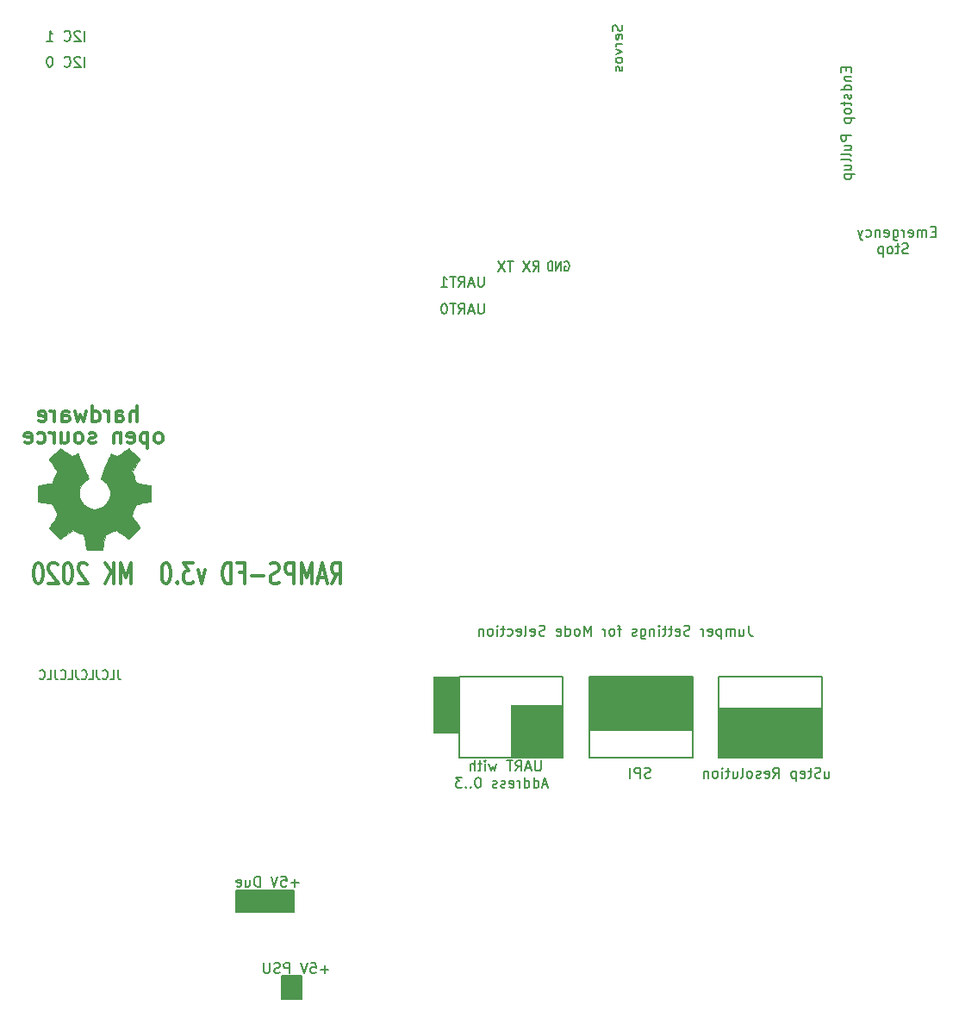
<source format=gbr>
G04 #@! TF.GenerationSoftware,KiCad,Pcbnew,5.1.6*
G04 #@! TF.CreationDate,2020-06-13T11:17:34+02:00*
G04 #@! TF.ProjectId,RAMPS-FD,52414d50-532d-4464-942e-6b696361645f,3.0*
G04 #@! TF.SameCoordinates,Original*
G04 #@! TF.FileFunction,Legend,Bot*
G04 #@! TF.FilePolarity,Positive*
%FSLAX46Y46*%
G04 Gerber Fmt 4.6, Leading zero omitted, Abs format (unit mm)*
G04 Created by KiCad (PCBNEW 5.1.6) date 2020-06-13 11:17:34*
%MOMM*%
%LPD*%
G01*
G04 APERTURE LIST*
%ADD10C,0.150000*%
%ADD11C,0.153000*%
%ADD12C,0.304800*%
%ADD13C,0.002540*%
%ADD14C,0.100000*%
%ADD15C,0.200000*%
G04 APERTURE END LIST*
D10*
X67703238Y-103393142D02*
X67703238Y-104036000D01*
X67741333Y-104164571D01*
X67817523Y-104250285D01*
X67931809Y-104293142D01*
X68008000Y-104293142D01*
X66941333Y-104293142D02*
X67322285Y-104293142D01*
X67322285Y-103393142D01*
X66217523Y-104207428D02*
X66255619Y-104250285D01*
X66369904Y-104293142D01*
X66446095Y-104293142D01*
X66560380Y-104250285D01*
X66636571Y-104164571D01*
X66674666Y-104078857D01*
X66712761Y-103907428D01*
X66712761Y-103778857D01*
X66674666Y-103607428D01*
X66636571Y-103521714D01*
X66560380Y-103436000D01*
X66446095Y-103393142D01*
X66369904Y-103393142D01*
X66255619Y-103436000D01*
X66217523Y-103478857D01*
X65646095Y-103393142D02*
X65646095Y-104036000D01*
X65684190Y-104164571D01*
X65760380Y-104250285D01*
X65874666Y-104293142D01*
X65950857Y-104293142D01*
X64884190Y-104293142D02*
X65265142Y-104293142D01*
X65265142Y-103393142D01*
X64160380Y-104207428D02*
X64198476Y-104250285D01*
X64312761Y-104293142D01*
X64388952Y-104293142D01*
X64503238Y-104250285D01*
X64579428Y-104164571D01*
X64617523Y-104078857D01*
X64655619Y-103907428D01*
X64655619Y-103778857D01*
X64617523Y-103607428D01*
X64579428Y-103521714D01*
X64503238Y-103436000D01*
X64388952Y-103393142D01*
X64312761Y-103393142D01*
X64198476Y-103436000D01*
X64160380Y-103478857D01*
X63588952Y-103393142D02*
X63588952Y-104036000D01*
X63627047Y-104164571D01*
X63703238Y-104250285D01*
X63817523Y-104293142D01*
X63893714Y-104293142D01*
X62827047Y-104293142D02*
X63208000Y-104293142D01*
X63208000Y-103393142D01*
X62103238Y-104207428D02*
X62141333Y-104250285D01*
X62255619Y-104293142D01*
X62331809Y-104293142D01*
X62446095Y-104250285D01*
X62522285Y-104164571D01*
X62560380Y-104078857D01*
X62598476Y-103907428D01*
X62598476Y-103778857D01*
X62560380Y-103607428D01*
X62522285Y-103521714D01*
X62446095Y-103436000D01*
X62331809Y-103393142D01*
X62255619Y-103393142D01*
X62141333Y-103436000D01*
X62103238Y-103478857D01*
X61531809Y-103393142D02*
X61531809Y-104036000D01*
X61569904Y-104164571D01*
X61646095Y-104250285D01*
X61760380Y-104293142D01*
X61836571Y-104293142D01*
X60769904Y-104293142D02*
X61150857Y-104293142D01*
X61150857Y-103393142D01*
X60046095Y-104207428D02*
X60084190Y-104250285D01*
X60198476Y-104293142D01*
X60274666Y-104293142D01*
X60388952Y-104250285D01*
X60465142Y-104164571D01*
X60503238Y-104078857D01*
X60541333Y-103907428D01*
X60541333Y-103778857D01*
X60503238Y-103607428D01*
X60465142Y-103521714D01*
X60388952Y-103436000D01*
X60274666Y-103393142D01*
X60198476Y-103393142D01*
X60084190Y-103436000D01*
X60046095Y-103478857D01*
X88383666Y-132786428D02*
X87621761Y-132786428D01*
X88002714Y-133167380D02*
X88002714Y-132405476D01*
X86669380Y-132167380D02*
X87145571Y-132167380D01*
X87193190Y-132643571D01*
X87145571Y-132595952D01*
X87050333Y-132548333D01*
X86812238Y-132548333D01*
X86717000Y-132595952D01*
X86669380Y-132643571D01*
X86621761Y-132738809D01*
X86621761Y-132976904D01*
X86669380Y-133072142D01*
X86717000Y-133119761D01*
X86812238Y-133167380D01*
X87050333Y-133167380D01*
X87145571Y-133119761D01*
X87193190Y-133072142D01*
X86336047Y-132167380D02*
X86002714Y-133167380D01*
X85669380Y-132167380D01*
X84574142Y-133167380D02*
X84574142Y-132167380D01*
X84193190Y-132167380D01*
X84097952Y-132215000D01*
X84050333Y-132262619D01*
X84002714Y-132357857D01*
X84002714Y-132500714D01*
X84050333Y-132595952D01*
X84097952Y-132643571D01*
X84193190Y-132691190D01*
X84574142Y-132691190D01*
X83621761Y-133119761D02*
X83478904Y-133167380D01*
X83240809Y-133167380D01*
X83145571Y-133119761D01*
X83097952Y-133072142D01*
X83050333Y-132976904D01*
X83050333Y-132881666D01*
X83097952Y-132786428D01*
X83145571Y-132738809D01*
X83240809Y-132691190D01*
X83431285Y-132643571D01*
X83526523Y-132595952D01*
X83574142Y-132548333D01*
X83621761Y-132453095D01*
X83621761Y-132357857D01*
X83574142Y-132262619D01*
X83526523Y-132215000D01*
X83431285Y-132167380D01*
X83193190Y-132167380D01*
X83050333Y-132215000D01*
X82621761Y-132167380D02*
X82621761Y-132976904D01*
X82574142Y-133072142D01*
X82526523Y-133119761D01*
X82431285Y-133167380D01*
X82240809Y-133167380D01*
X82145571Y-133119761D01*
X82097952Y-133072142D01*
X82050333Y-132976904D01*
X82050333Y-132167380D01*
X85470619Y-124277428D02*
X84708714Y-124277428D01*
X85089666Y-124658380D02*
X85089666Y-123896476D01*
X83756333Y-123658380D02*
X84232523Y-123658380D01*
X84280142Y-124134571D01*
X84232523Y-124086952D01*
X84137285Y-124039333D01*
X83899190Y-124039333D01*
X83803952Y-124086952D01*
X83756333Y-124134571D01*
X83708714Y-124229809D01*
X83708714Y-124467904D01*
X83756333Y-124563142D01*
X83803952Y-124610761D01*
X83899190Y-124658380D01*
X84137285Y-124658380D01*
X84232523Y-124610761D01*
X84280142Y-124563142D01*
X83423000Y-123658380D02*
X83089666Y-124658380D01*
X82756333Y-123658380D01*
X81661095Y-124658380D02*
X81661095Y-123658380D01*
X81423000Y-123658380D01*
X81280142Y-123706000D01*
X81184904Y-123801238D01*
X81137285Y-123896476D01*
X81089666Y-124086952D01*
X81089666Y-124229809D01*
X81137285Y-124420285D01*
X81184904Y-124515523D01*
X81280142Y-124610761D01*
X81423000Y-124658380D01*
X81661095Y-124658380D01*
X80232523Y-123991714D02*
X80232523Y-124658380D01*
X80661095Y-123991714D02*
X80661095Y-124515523D01*
X80613476Y-124610761D01*
X80518238Y-124658380D01*
X80375380Y-124658380D01*
X80280142Y-124610761D01*
X80232523Y-124563142D01*
X79375380Y-124610761D02*
X79470619Y-124658380D01*
X79661095Y-124658380D01*
X79756333Y-124610761D01*
X79803952Y-124515523D01*
X79803952Y-124134571D01*
X79756333Y-124039333D01*
X79661095Y-123991714D01*
X79470619Y-123991714D01*
X79375380Y-124039333D01*
X79327761Y-124134571D01*
X79327761Y-124229809D01*
X79803952Y-124325047D01*
X64444333Y-44140380D02*
X64444333Y-43140380D01*
X64015761Y-43235619D02*
X63968142Y-43188000D01*
X63872904Y-43140380D01*
X63634809Y-43140380D01*
X63539571Y-43188000D01*
X63491952Y-43235619D01*
X63444333Y-43330857D01*
X63444333Y-43426095D01*
X63491952Y-43568952D01*
X64063380Y-44140380D01*
X63444333Y-44140380D01*
X62444333Y-44045142D02*
X62491952Y-44092761D01*
X62634809Y-44140380D01*
X62730047Y-44140380D01*
X62872904Y-44092761D01*
X62968142Y-43997523D01*
X63015761Y-43902285D01*
X63063380Y-43711809D01*
X63063380Y-43568952D01*
X63015761Y-43378476D01*
X62968142Y-43283238D01*
X62872904Y-43188000D01*
X62730047Y-43140380D01*
X62634809Y-43140380D01*
X62491952Y-43188000D01*
X62444333Y-43235619D01*
X61063380Y-43140380D02*
X60968142Y-43140380D01*
X60872904Y-43188000D01*
X60825285Y-43235619D01*
X60777666Y-43330857D01*
X60730047Y-43521333D01*
X60730047Y-43759428D01*
X60777666Y-43949904D01*
X60825285Y-44045142D01*
X60872904Y-44092761D01*
X60968142Y-44140380D01*
X61063380Y-44140380D01*
X61158619Y-44092761D01*
X61206238Y-44045142D01*
X61253857Y-43949904D01*
X61301476Y-43759428D01*
X61301476Y-43521333D01*
X61253857Y-43330857D01*
X61206238Y-43235619D01*
X61158619Y-43188000D01*
X61063380Y-43140380D01*
X64444333Y-41600380D02*
X64444333Y-40600380D01*
X64015761Y-40695619D02*
X63968142Y-40648000D01*
X63872904Y-40600380D01*
X63634809Y-40600380D01*
X63539571Y-40648000D01*
X63491952Y-40695619D01*
X63444333Y-40790857D01*
X63444333Y-40886095D01*
X63491952Y-41028952D01*
X64063380Y-41600380D01*
X63444333Y-41600380D01*
X62444333Y-41505142D02*
X62491952Y-41552761D01*
X62634809Y-41600380D01*
X62730047Y-41600380D01*
X62872904Y-41552761D01*
X62968142Y-41457523D01*
X63015761Y-41362285D01*
X63063380Y-41171809D01*
X63063380Y-41028952D01*
X63015761Y-40838476D01*
X62968142Y-40743238D01*
X62872904Y-40648000D01*
X62730047Y-40600380D01*
X62634809Y-40600380D01*
X62491952Y-40648000D01*
X62444333Y-40695619D01*
X60730047Y-41600380D02*
X61301476Y-41600380D01*
X61015761Y-41600380D02*
X61015761Y-40600380D01*
X61111000Y-40743238D01*
X61206238Y-40838476D01*
X61301476Y-40886095D01*
X117244761Y-40029095D02*
X117292380Y-40171952D01*
X117292380Y-40410047D01*
X117244761Y-40505285D01*
X117197142Y-40552904D01*
X117101904Y-40600523D01*
X117006666Y-40600523D01*
X116911428Y-40552904D01*
X116863809Y-40505285D01*
X116816190Y-40410047D01*
X116768571Y-40219571D01*
X116720952Y-40124333D01*
X116673333Y-40076714D01*
X116578095Y-40029095D01*
X116482857Y-40029095D01*
X116387619Y-40076714D01*
X116340000Y-40124333D01*
X116292380Y-40219571D01*
X116292380Y-40457666D01*
X116340000Y-40600523D01*
X117244761Y-41410047D02*
X117292380Y-41314809D01*
X117292380Y-41124333D01*
X117244761Y-41029095D01*
X117149523Y-40981476D01*
X116768571Y-40981476D01*
X116673333Y-41029095D01*
X116625714Y-41124333D01*
X116625714Y-41314809D01*
X116673333Y-41410047D01*
X116768571Y-41457666D01*
X116863809Y-41457666D01*
X116959047Y-40981476D01*
X117292380Y-41886238D02*
X116625714Y-41886238D01*
X116816190Y-41886238D02*
X116720952Y-41933857D01*
X116673333Y-41981476D01*
X116625714Y-42076714D01*
X116625714Y-42171952D01*
X116625714Y-42410047D02*
X117292380Y-42648142D01*
X116625714Y-42886238D01*
X117292380Y-43410047D02*
X117244761Y-43314809D01*
X117197142Y-43267190D01*
X117101904Y-43219571D01*
X116816190Y-43219571D01*
X116720952Y-43267190D01*
X116673333Y-43314809D01*
X116625714Y-43410047D01*
X116625714Y-43552904D01*
X116673333Y-43648142D01*
X116720952Y-43695761D01*
X116816190Y-43743380D01*
X117101904Y-43743380D01*
X117197142Y-43695761D01*
X117244761Y-43648142D01*
X117292380Y-43552904D01*
X117292380Y-43410047D01*
X117244761Y-44124333D02*
X117292380Y-44219571D01*
X117292380Y-44410047D01*
X117244761Y-44505285D01*
X117149523Y-44552904D01*
X117101904Y-44552904D01*
X117006666Y-44505285D01*
X116959047Y-44410047D01*
X116959047Y-44267190D01*
X116911428Y-44171952D01*
X116816190Y-44124333D01*
X116768571Y-44124333D01*
X116673333Y-44171952D01*
X116625714Y-44267190D01*
X116625714Y-44410047D01*
X116673333Y-44505285D01*
X148033857Y-60317571D02*
X147700523Y-60317571D01*
X147557666Y-60841380D02*
X148033857Y-60841380D01*
X148033857Y-59841380D01*
X147557666Y-59841380D01*
X147129095Y-60841380D02*
X147129095Y-60174714D01*
X147129095Y-60269952D02*
X147081476Y-60222333D01*
X146986238Y-60174714D01*
X146843380Y-60174714D01*
X146748142Y-60222333D01*
X146700523Y-60317571D01*
X146700523Y-60841380D01*
X146700523Y-60317571D02*
X146652904Y-60222333D01*
X146557666Y-60174714D01*
X146414809Y-60174714D01*
X146319571Y-60222333D01*
X146271952Y-60317571D01*
X146271952Y-60841380D01*
X145414809Y-60793761D02*
X145510047Y-60841380D01*
X145700523Y-60841380D01*
X145795761Y-60793761D01*
X145843380Y-60698523D01*
X145843380Y-60317571D01*
X145795761Y-60222333D01*
X145700523Y-60174714D01*
X145510047Y-60174714D01*
X145414809Y-60222333D01*
X145367190Y-60317571D01*
X145367190Y-60412809D01*
X145843380Y-60508047D01*
X144938619Y-60841380D02*
X144938619Y-60174714D01*
X144938619Y-60365190D02*
X144891000Y-60269952D01*
X144843380Y-60222333D01*
X144748142Y-60174714D01*
X144652904Y-60174714D01*
X143891000Y-60174714D02*
X143891000Y-60984238D01*
X143938619Y-61079476D01*
X143986238Y-61127095D01*
X144081476Y-61174714D01*
X144224333Y-61174714D01*
X144319571Y-61127095D01*
X143891000Y-60793761D02*
X143986238Y-60841380D01*
X144176714Y-60841380D01*
X144271952Y-60793761D01*
X144319571Y-60746142D01*
X144367190Y-60650904D01*
X144367190Y-60365190D01*
X144319571Y-60269952D01*
X144271952Y-60222333D01*
X144176714Y-60174714D01*
X143986238Y-60174714D01*
X143891000Y-60222333D01*
X143033857Y-60793761D02*
X143129095Y-60841380D01*
X143319571Y-60841380D01*
X143414809Y-60793761D01*
X143462428Y-60698523D01*
X143462428Y-60317571D01*
X143414809Y-60222333D01*
X143319571Y-60174714D01*
X143129095Y-60174714D01*
X143033857Y-60222333D01*
X142986238Y-60317571D01*
X142986238Y-60412809D01*
X143462428Y-60508047D01*
X142557666Y-60174714D02*
X142557666Y-60841380D01*
X142557666Y-60269952D02*
X142510047Y-60222333D01*
X142414809Y-60174714D01*
X142271952Y-60174714D01*
X142176714Y-60222333D01*
X142129095Y-60317571D01*
X142129095Y-60841380D01*
X141224333Y-60793761D02*
X141319571Y-60841380D01*
X141510047Y-60841380D01*
X141605285Y-60793761D01*
X141652904Y-60746142D01*
X141700523Y-60650904D01*
X141700523Y-60365190D01*
X141652904Y-60269952D01*
X141605285Y-60222333D01*
X141510047Y-60174714D01*
X141319571Y-60174714D01*
X141224333Y-60222333D01*
X140891000Y-60174714D02*
X140652904Y-60841380D01*
X140414809Y-60174714D02*
X140652904Y-60841380D01*
X140748142Y-61079476D01*
X140795761Y-61127095D01*
X140891000Y-61174714D01*
X145367190Y-62443761D02*
X145224333Y-62491380D01*
X144986238Y-62491380D01*
X144891000Y-62443761D01*
X144843380Y-62396142D01*
X144795761Y-62300904D01*
X144795761Y-62205666D01*
X144843380Y-62110428D01*
X144891000Y-62062809D01*
X144986238Y-62015190D01*
X145176714Y-61967571D01*
X145271952Y-61919952D01*
X145319571Y-61872333D01*
X145367190Y-61777095D01*
X145367190Y-61681857D01*
X145319571Y-61586619D01*
X145271952Y-61539000D01*
X145176714Y-61491380D01*
X144938619Y-61491380D01*
X144795761Y-61539000D01*
X144510047Y-61824714D02*
X144129095Y-61824714D01*
X144367190Y-61491380D02*
X144367190Y-62348523D01*
X144319571Y-62443761D01*
X144224333Y-62491380D01*
X144129095Y-62491380D01*
X143652904Y-62491380D02*
X143748142Y-62443761D01*
X143795761Y-62396142D01*
X143843380Y-62300904D01*
X143843380Y-62015190D01*
X143795761Y-61919952D01*
X143748142Y-61872333D01*
X143652904Y-61824714D01*
X143510047Y-61824714D01*
X143414809Y-61872333D01*
X143367190Y-61919952D01*
X143319571Y-62015190D01*
X143319571Y-62300904D01*
X143367190Y-62396142D01*
X143414809Y-62443761D01*
X143510047Y-62491380D01*
X143652904Y-62491380D01*
X142891000Y-61824714D02*
X142891000Y-62824714D01*
X142891000Y-61872333D02*
X142795761Y-61824714D01*
X142605285Y-61824714D01*
X142510047Y-61872333D01*
X142462428Y-61919952D01*
X142414809Y-62015190D01*
X142414809Y-62300904D01*
X142462428Y-62396142D01*
X142510047Y-62443761D01*
X142605285Y-62491380D01*
X142795761Y-62491380D01*
X142891000Y-62443761D01*
X139247571Y-44180809D02*
X139247571Y-44514142D01*
X139771380Y-44657000D02*
X139771380Y-44180809D01*
X138771380Y-44180809D01*
X138771380Y-44657000D01*
X139104714Y-45085571D02*
X139771380Y-45085571D01*
X139199952Y-45085571D02*
X139152333Y-45133190D01*
X139104714Y-45228428D01*
X139104714Y-45371285D01*
X139152333Y-45466523D01*
X139247571Y-45514142D01*
X139771380Y-45514142D01*
X139771380Y-46418904D02*
X138771380Y-46418904D01*
X139723761Y-46418904D02*
X139771380Y-46323666D01*
X139771380Y-46133190D01*
X139723761Y-46037952D01*
X139676142Y-45990333D01*
X139580904Y-45942714D01*
X139295190Y-45942714D01*
X139199952Y-45990333D01*
X139152333Y-46037952D01*
X139104714Y-46133190D01*
X139104714Y-46323666D01*
X139152333Y-46418904D01*
X139723761Y-46847476D02*
X139771380Y-46942714D01*
X139771380Y-47133190D01*
X139723761Y-47228428D01*
X139628523Y-47276047D01*
X139580904Y-47276047D01*
X139485666Y-47228428D01*
X139438047Y-47133190D01*
X139438047Y-46990333D01*
X139390428Y-46895095D01*
X139295190Y-46847476D01*
X139247571Y-46847476D01*
X139152333Y-46895095D01*
X139104714Y-46990333D01*
X139104714Y-47133190D01*
X139152333Y-47228428D01*
X139104714Y-47561761D02*
X139104714Y-47942714D01*
X138771380Y-47704619D02*
X139628523Y-47704619D01*
X139723761Y-47752238D01*
X139771380Y-47847476D01*
X139771380Y-47942714D01*
X139771380Y-48418904D02*
X139723761Y-48323666D01*
X139676142Y-48276047D01*
X139580904Y-48228428D01*
X139295190Y-48228428D01*
X139199952Y-48276047D01*
X139152333Y-48323666D01*
X139104714Y-48418904D01*
X139104714Y-48561761D01*
X139152333Y-48657000D01*
X139199952Y-48704619D01*
X139295190Y-48752238D01*
X139580904Y-48752238D01*
X139676142Y-48704619D01*
X139723761Y-48657000D01*
X139771380Y-48561761D01*
X139771380Y-48418904D01*
X139104714Y-49180809D02*
X140104714Y-49180809D01*
X139152333Y-49180809D02*
X139104714Y-49276047D01*
X139104714Y-49466523D01*
X139152333Y-49561761D01*
X139199952Y-49609380D01*
X139295190Y-49657000D01*
X139580904Y-49657000D01*
X139676142Y-49609380D01*
X139723761Y-49561761D01*
X139771380Y-49466523D01*
X139771380Y-49276047D01*
X139723761Y-49180809D01*
X139771380Y-50847476D02*
X138771380Y-50847476D01*
X138771380Y-51228428D01*
X138819000Y-51323666D01*
X138866619Y-51371285D01*
X138961857Y-51418904D01*
X139104714Y-51418904D01*
X139199952Y-51371285D01*
X139247571Y-51323666D01*
X139295190Y-51228428D01*
X139295190Y-50847476D01*
X139104714Y-52276047D02*
X139771380Y-52276047D01*
X139104714Y-51847476D02*
X139628523Y-51847476D01*
X139723761Y-51895095D01*
X139771380Y-51990333D01*
X139771380Y-52133190D01*
X139723761Y-52228428D01*
X139676142Y-52276047D01*
X139771380Y-52895095D02*
X139723761Y-52799857D01*
X139628523Y-52752238D01*
X138771380Y-52752238D01*
X139771380Y-53418904D02*
X139723761Y-53323666D01*
X139628523Y-53276047D01*
X138771380Y-53276047D01*
X139104714Y-54228428D02*
X139771380Y-54228428D01*
X139104714Y-53799857D02*
X139628523Y-53799857D01*
X139723761Y-53847476D01*
X139771380Y-53942714D01*
X139771380Y-54085571D01*
X139723761Y-54180809D01*
X139676142Y-54228428D01*
X139104714Y-54704619D02*
X140104714Y-54704619D01*
X139152333Y-54704619D02*
X139104714Y-54799857D01*
X139104714Y-54990333D01*
X139152333Y-55085571D01*
X139199952Y-55133190D01*
X139295190Y-55180809D01*
X139580904Y-55180809D01*
X139676142Y-55133190D01*
X139723761Y-55085571D01*
X139771380Y-54990333D01*
X139771380Y-54799857D01*
X139723761Y-54704619D01*
X111607523Y-63304000D02*
X111683714Y-63261142D01*
X111798000Y-63261142D01*
X111912285Y-63304000D01*
X111988476Y-63389714D01*
X112026571Y-63475428D01*
X112064666Y-63646857D01*
X112064666Y-63775428D01*
X112026571Y-63946857D01*
X111988476Y-64032571D01*
X111912285Y-64118285D01*
X111798000Y-64161142D01*
X111721809Y-64161142D01*
X111607523Y-64118285D01*
X111569428Y-64075428D01*
X111569428Y-63775428D01*
X111721809Y-63775428D01*
X111226571Y-64161142D02*
X111226571Y-63261142D01*
X110769428Y-64161142D01*
X110769428Y-63261142D01*
X110388476Y-64161142D02*
X110388476Y-63261142D01*
X110198000Y-63261142D01*
X110083714Y-63304000D01*
X110007523Y-63389714D01*
X109969428Y-63475428D01*
X109931333Y-63646857D01*
X109931333Y-63775428D01*
X109969428Y-63946857D01*
X110007523Y-64032571D01*
X110083714Y-64118285D01*
X110198000Y-64161142D01*
X110388476Y-64161142D01*
X108497666Y-64206380D02*
X108831000Y-63730190D01*
X109069095Y-64206380D02*
X109069095Y-63206380D01*
X108688142Y-63206380D01*
X108592904Y-63254000D01*
X108545285Y-63301619D01*
X108497666Y-63396857D01*
X108497666Y-63539714D01*
X108545285Y-63634952D01*
X108592904Y-63682571D01*
X108688142Y-63730190D01*
X109069095Y-63730190D01*
X108164333Y-63206380D02*
X107497666Y-64206380D01*
X107497666Y-63206380D02*
X108164333Y-64206380D01*
X106552904Y-63206380D02*
X105981476Y-63206380D01*
X106267190Y-64206380D02*
X106267190Y-63206380D01*
X105743380Y-63206380D02*
X105076714Y-64206380D01*
X105076714Y-63206380D02*
X105743380Y-64206380D01*
X103671428Y-64730380D02*
X103671428Y-65539904D01*
X103623809Y-65635142D01*
X103576190Y-65682761D01*
X103480952Y-65730380D01*
X103290476Y-65730380D01*
X103195238Y-65682761D01*
X103147619Y-65635142D01*
X103100000Y-65539904D01*
X103100000Y-64730380D01*
X102671428Y-65444666D02*
X102195238Y-65444666D01*
X102766666Y-65730380D02*
X102433333Y-64730380D01*
X102100000Y-65730380D01*
X101195238Y-65730380D02*
X101528571Y-65254190D01*
X101766666Y-65730380D02*
X101766666Y-64730380D01*
X101385714Y-64730380D01*
X101290476Y-64778000D01*
X101242857Y-64825619D01*
X101195238Y-64920857D01*
X101195238Y-65063714D01*
X101242857Y-65158952D01*
X101290476Y-65206571D01*
X101385714Y-65254190D01*
X101766666Y-65254190D01*
X100909523Y-64730380D02*
X100338095Y-64730380D01*
X100623809Y-65730380D02*
X100623809Y-64730380D01*
X99480952Y-65730380D02*
X100052380Y-65730380D01*
X99766666Y-65730380D02*
X99766666Y-64730380D01*
X99861904Y-64873238D01*
X99957142Y-64968476D01*
X100052380Y-65016095D01*
X103671428Y-67397380D02*
X103671428Y-68206904D01*
X103623809Y-68302142D01*
X103576190Y-68349761D01*
X103480952Y-68397380D01*
X103290476Y-68397380D01*
X103195238Y-68349761D01*
X103147619Y-68302142D01*
X103100000Y-68206904D01*
X103100000Y-67397380D01*
X102671428Y-68111666D02*
X102195238Y-68111666D01*
X102766666Y-68397380D02*
X102433333Y-67397380D01*
X102100000Y-68397380D01*
X101195238Y-68397380D02*
X101528571Y-67921190D01*
X101766666Y-68397380D02*
X101766666Y-67397380D01*
X101385714Y-67397380D01*
X101290476Y-67445000D01*
X101242857Y-67492619D01*
X101195238Y-67587857D01*
X101195238Y-67730714D01*
X101242857Y-67825952D01*
X101290476Y-67873571D01*
X101385714Y-67921190D01*
X101766666Y-67921190D01*
X100909523Y-67397380D02*
X100338095Y-67397380D01*
X100623809Y-68397380D02*
X100623809Y-67397380D01*
X99814285Y-67397380D02*
X99719047Y-67397380D01*
X99623809Y-67445000D01*
X99576190Y-67492619D01*
X99528571Y-67587857D01*
X99480952Y-67778333D01*
X99480952Y-68016428D01*
X99528571Y-68206904D01*
X99576190Y-68302142D01*
X99623809Y-68349761D01*
X99719047Y-68397380D01*
X99814285Y-68397380D01*
X99909523Y-68349761D01*
X99957142Y-68302142D01*
X100004761Y-68206904D01*
X100052380Y-68016428D01*
X100052380Y-67778333D01*
X100004761Y-67587857D01*
X99957142Y-67492619D01*
X99909523Y-67445000D01*
X99814285Y-67397380D01*
X129705047Y-99020380D02*
X129705047Y-99734666D01*
X129752666Y-99877523D01*
X129847904Y-99972761D01*
X129990761Y-100020380D01*
X130086000Y-100020380D01*
X128800285Y-99353714D02*
X128800285Y-100020380D01*
X129228857Y-99353714D02*
X129228857Y-99877523D01*
X129181238Y-99972761D01*
X129086000Y-100020380D01*
X128943142Y-100020380D01*
X128847904Y-99972761D01*
X128800285Y-99925142D01*
X128324095Y-100020380D02*
X128324095Y-99353714D01*
X128324095Y-99448952D02*
X128276476Y-99401333D01*
X128181238Y-99353714D01*
X128038380Y-99353714D01*
X127943142Y-99401333D01*
X127895523Y-99496571D01*
X127895523Y-100020380D01*
X127895523Y-99496571D02*
X127847904Y-99401333D01*
X127752666Y-99353714D01*
X127609809Y-99353714D01*
X127514571Y-99401333D01*
X127466952Y-99496571D01*
X127466952Y-100020380D01*
X126990761Y-99353714D02*
X126990761Y-100353714D01*
X126990761Y-99401333D02*
X126895523Y-99353714D01*
X126705047Y-99353714D01*
X126609809Y-99401333D01*
X126562190Y-99448952D01*
X126514571Y-99544190D01*
X126514571Y-99829904D01*
X126562190Y-99925142D01*
X126609809Y-99972761D01*
X126705047Y-100020380D01*
X126895523Y-100020380D01*
X126990761Y-99972761D01*
X125705047Y-99972761D02*
X125800285Y-100020380D01*
X125990761Y-100020380D01*
X126086000Y-99972761D01*
X126133619Y-99877523D01*
X126133619Y-99496571D01*
X126086000Y-99401333D01*
X125990761Y-99353714D01*
X125800285Y-99353714D01*
X125705047Y-99401333D01*
X125657428Y-99496571D01*
X125657428Y-99591809D01*
X126133619Y-99687047D01*
X125228857Y-100020380D02*
X125228857Y-99353714D01*
X125228857Y-99544190D02*
X125181238Y-99448952D01*
X125133619Y-99401333D01*
X125038380Y-99353714D01*
X124943142Y-99353714D01*
X123895523Y-99972761D02*
X123752666Y-100020380D01*
X123514571Y-100020380D01*
X123419333Y-99972761D01*
X123371714Y-99925142D01*
X123324095Y-99829904D01*
X123324095Y-99734666D01*
X123371714Y-99639428D01*
X123419333Y-99591809D01*
X123514571Y-99544190D01*
X123705047Y-99496571D01*
X123800285Y-99448952D01*
X123847904Y-99401333D01*
X123895523Y-99306095D01*
X123895523Y-99210857D01*
X123847904Y-99115619D01*
X123800285Y-99068000D01*
X123705047Y-99020380D01*
X123466952Y-99020380D01*
X123324095Y-99068000D01*
X122514571Y-99972761D02*
X122609809Y-100020380D01*
X122800285Y-100020380D01*
X122895523Y-99972761D01*
X122943142Y-99877523D01*
X122943142Y-99496571D01*
X122895523Y-99401333D01*
X122800285Y-99353714D01*
X122609809Y-99353714D01*
X122514571Y-99401333D01*
X122466952Y-99496571D01*
X122466952Y-99591809D01*
X122943142Y-99687047D01*
X122181238Y-99353714D02*
X121800285Y-99353714D01*
X122038380Y-99020380D02*
X122038380Y-99877523D01*
X121990761Y-99972761D01*
X121895523Y-100020380D01*
X121800285Y-100020380D01*
X121609809Y-99353714D02*
X121228857Y-99353714D01*
X121466952Y-99020380D02*
X121466952Y-99877523D01*
X121419333Y-99972761D01*
X121324095Y-100020380D01*
X121228857Y-100020380D01*
X120895523Y-100020380D02*
X120895523Y-99353714D01*
X120895523Y-99020380D02*
X120943142Y-99068000D01*
X120895523Y-99115619D01*
X120847904Y-99068000D01*
X120895523Y-99020380D01*
X120895523Y-99115619D01*
X120419333Y-99353714D02*
X120419333Y-100020380D01*
X120419333Y-99448952D02*
X120371714Y-99401333D01*
X120276476Y-99353714D01*
X120133619Y-99353714D01*
X120038380Y-99401333D01*
X119990761Y-99496571D01*
X119990761Y-100020380D01*
X119086000Y-99353714D02*
X119086000Y-100163238D01*
X119133619Y-100258476D01*
X119181238Y-100306095D01*
X119276476Y-100353714D01*
X119419333Y-100353714D01*
X119514571Y-100306095D01*
X119086000Y-99972761D02*
X119181238Y-100020380D01*
X119371714Y-100020380D01*
X119466952Y-99972761D01*
X119514571Y-99925142D01*
X119562190Y-99829904D01*
X119562190Y-99544190D01*
X119514571Y-99448952D01*
X119466952Y-99401333D01*
X119371714Y-99353714D01*
X119181238Y-99353714D01*
X119086000Y-99401333D01*
X118657428Y-99972761D02*
X118562190Y-100020380D01*
X118371714Y-100020380D01*
X118276476Y-99972761D01*
X118228857Y-99877523D01*
X118228857Y-99829904D01*
X118276476Y-99734666D01*
X118371714Y-99687047D01*
X118514571Y-99687047D01*
X118609809Y-99639428D01*
X118657428Y-99544190D01*
X118657428Y-99496571D01*
X118609809Y-99401333D01*
X118514571Y-99353714D01*
X118371714Y-99353714D01*
X118276476Y-99401333D01*
X117181238Y-99353714D02*
X116800285Y-99353714D01*
X117038380Y-100020380D02*
X117038380Y-99163238D01*
X116990761Y-99068000D01*
X116895523Y-99020380D01*
X116800285Y-99020380D01*
X116324095Y-100020380D02*
X116419333Y-99972761D01*
X116466952Y-99925142D01*
X116514571Y-99829904D01*
X116514571Y-99544190D01*
X116466952Y-99448952D01*
X116419333Y-99401333D01*
X116324095Y-99353714D01*
X116181238Y-99353714D01*
X116086000Y-99401333D01*
X116038380Y-99448952D01*
X115990761Y-99544190D01*
X115990761Y-99829904D01*
X116038380Y-99925142D01*
X116086000Y-99972761D01*
X116181238Y-100020380D01*
X116324095Y-100020380D01*
X115562190Y-100020380D02*
X115562190Y-99353714D01*
X115562190Y-99544190D02*
X115514571Y-99448952D01*
X115466952Y-99401333D01*
X115371714Y-99353714D01*
X115276476Y-99353714D01*
X114181238Y-100020380D02*
X114181238Y-99020380D01*
X113847904Y-99734666D01*
X113514571Y-99020380D01*
X113514571Y-100020380D01*
X112895523Y-100020380D02*
X112990761Y-99972761D01*
X113038380Y-99925142D01*
X113086000Y-99829904D01*
X113086000Y-99544190D01*
X113038380Y-99448952D01*
X112990761Y-99401333D01*
X112895523Y-99353714D01*
X112752666Y-99353714D01*
X112657428Y-99401333D01*
X112609809Y-99448952D01*
X112562190Y-99544190D01*
X112562190Y-99829904D01*
X112609809Y-99925142D01*
X112657428Y-99972761D01*
X112752666Y-100020380D01*
X112895523Y-100020380D01*
X111705047Y-100020380D02*
X111705047Y-99020380D01*
X111705047Y-99972761D02*
X111800285Y-100020380D01*
X111990761Y-100020380D01*
X112086000Y-99972761D01*
X112133619Y-99925142D01*
X112181238Y-99829904D01*
X112181238Y-99544190D01*
X112133619Y-99448952D01*
X112086000Y-99401333D01*
X111990761Y-99353714D01*
X111800285Y-99353714D01*
X111705047Y-99401333D01*
X110847904Y-99972761D02*
X110943142Y-100020380D01*
X111133619Y-100020380D01*
X111228857Y-99972761D01*
X111276476Y-99877523D01*
X111276476Y-99496571D01*
X111228857Y-99401333D01*
X111133619Y-99353714D01*
X110943142Y-99353714D01*
X110847904Y-99401333D01*
X110800285Y-99496571D01*
X110800285Y-99591809D01*
X111276476Y-99687047D01*
X109657428Y-99972761D02*
X109514571Y-100020380D01*
X109276476Y-100020380D01*
X109181238Y-99972761D01*
X109133619Y-99925142D01*
X109086000Y-99829904D01*
X109086000Y-99734666D01*
X109133619Y-99639428D01*
X109181238Y-99591809D01*
X109276476Y-99544190D01*
X109466952Y-99496571D01*
X109562190Y-99448952D01*
X109609809Y-99401333D01*
X109657428Y-99306095D01*
X109657428Y-99210857D01*
X109609809Y-99115619D01*
X109562190Y-99068000D01*
X109466952Y-99020380D01*
X109228857Y-99020380D01*
X109086000Y-99068000D01*
X108276476Y-99972761D02*
X108371714Y-100020380D01*
X108562190Y-100020380D01*
X108657428Y-99972761D01*
X108705047Y-99877523D01*
X108705047Y-99496571D01*
X108657428Y-99401333D01*
X108562190Y-99353714D01*
X108371714Y-99353714D01*
X108276476Y-99401333D01*
X108228857Y-99496571D01*
X108228857Y-99591809D01*
X108705047Y-99687047D01*
X107657428Y-100020380D02*
X107752666Y-99972761D01*
X107800285Y-99877523D01*
X107800285Y-99020380D01*
X106895523Y-99972761D02*
X106990761Y-100020380D01*
X107181238Y-100020380D01*
X107276476Y-99972761D01*
X107324095Y-99877523D01*
X107324095Y-99496571D01*
X107276476Y-99401333D01*
X107181238Y-99353714D01*
X106990761Y-99353714D01*
X106895523Y-99401333D01*
X106847904Y-99496571D01*
X106847904Y-99591809D01*
X107324095Y-99687047D01*
X105990761Y-99972761D02*
X106086000Y-100020380D01*
X106276476Y-100020380D01*
X106371714Y-99972761D01*
X106419333Y-99925142D01*
X106466952Y-99829904D01*
X106466952Y-99544190D01*
X106419333Y-99448952D01*
X106371714Y-99401333D01*
X106276476Y-99353714D01*
X106086000Y-99353714D01*
X105990761Y-99401333D01*
X105705047Y-99353714D02*
X105324095Y-99353714D01*
X105562190Y-99020380D02*
X105562190Y-99877523D01*
X105514571Y-99972761D01*
X105419333Y-100020380D01*
X105324095Y-100020380D01*
X104990761Y-100020380D02*
X104990761Y-99353714D01*
X104990761Y-99020380D02*
X105038380Y-99068000D01*
X104990761Y-99115619D01*
X104943142Y-99068000D01*
X104990761Y-99020380D01*
X104990761Y-99115619D01*
X104371714Y-100020380D02*
X104466952Y-99972761D01*
X104514571Y-99925142D01*
X104562190Y-99829904D01*
X104562190Y-99544190D01*
X104514571Y-99448952D01*
X104466952Y-99401333D01*
X104371714Y-99353714D01*
X104228857Y-99353714D01*
X104133619Y-99401333D01*
X104086000Y-99448952D01*
X104038380Y-99544190D01*
X104038380Y-99829904D01*
X104086000Y-99925142D01*
X104133619Y-99972761D01*
X104228857Y-100020380D01*
X104371714Y-100020380D01*
X103609809Y-99353714D02*
X103609809Y-100020380D01*
X103609809Y-99448952D02*
X103562190Y-99401333D01*
X103466952Y-99353714D01*
X103324095Y-99353714D01*
X103228857Y-99401333D01*
X103181238Y-99496571D01*
X103181238Y-100020380D01*
X109267142Y-112292380D02*
X109267142Y-113101904D01*
X109219523Y-113197142D01*
X109171904Y-113244761D01*
X109076666Y-113292380D01*
X108886190Y-113292380D01*
X108790952Y-113244761D01*
X108743333Y-113197142D01*
X108695714Y-113101904D01*
X108695714Y-112292380D01*
X108267142Y-113006666D02*
X107790952Y-113006666D01*
X108362380Y-113292380D02*
X108029047Y-112292380D01*
X107695714Y-113292380D01*
X106790952Y-113292380D02*
X107124285Y-112816190D01*
X107362380Y-113292380D02*
X107362380Y-112292380D01*
X106981428Y-112292380D01*
X106886190Y-112340000D01*
X106838571Y-112387619D01*
X106790952Y-112482857D01*
X106790952Y-112625714D01*
X106838571Y-112720952D01*
X106886190Y-112768571D01*
X106981428Y-112816190D01*
X107362380Y-112816190D01*
X106505238Y-112292380D02*
X105933809Y-112292380D01*
X106219523Y-113292380D02*
X106219523Y-112292380D01*
X104933809Y-112625714D02*
X104743333Y-113292380D01*
X104552857Y-112816190D01*
X104362380Y-113292380D01*
X104171904Y-112625714D01*
X103790952Y-113292380D02*
X103790952Y-112625714D01*
X103790952Y-112292380D02*
X103838571Y-112340000D01*
X103790952Y-112387619D01*
X103743333Y-112340000D01*
X103790952Y-112292380D01*
X103790952Y-112387619D01*
X103457619Y-112625714D02*
X103076666Y-112625714D01*
X103314761Y-112292380D02*
X103314761Y-113149523D01*
X103267142Y-113244761D01*
X103171904Y-113292380D01*
X103076666Y-113292380D01*
X102743333Y-113292380D02*
X102743333Y-112292380D01*
X102314761Y-113292380D02*
X102314761Y-112768571D01*
X102362380Y-112673333D01*
X102457619Y-112625714D01*
X102600476Y-112625714D01*
X102695714Y-112673333D01*
X102743333Y-112720952D01*
X109910000Y-114656666D02*
X109433809Y-114656666D01*
X110005238Y-114942380D02*
X109671904Y-113942380D01*
X109338571Y-114942380D01*
X108576666Y-114942380D02*
X108576666Y-113942380D01*
X108576666Y-114894761D02*
X108671904Y-114942380D01*
X108862380Y-114942380D01*
X108957619Y-114894761D01*
X109005238Y-114847142D01*
X109052857Y-114751904D01*
X109052857Y-114466190D01*
X109005238Y-114370952D01*
X108957619Y-114323333D01*
X108862380Y-114275714D01*
X108671904Y-114275714D01*
X108576666Y-114323333D01*
X107671904Y-114942380D02*
X107671904Y-113942380D01*
X107671904Y-114894761D02*
X107767142Y-114942380D01*
X107957619Y-114942380D01*
X108052857Y-114894761D01*
X108100476Y-114847142D01*
X108148095Y-114751904D01*
X108148095Y-114466190D01*
X108100476Y-114370952D01*
X108052857Y-114323333D01*
X107957619Y-114275714D01*
X107767142Y-114275714D01*
X107671904Y-114323333D01*
X107195714Y-114942380D02*
X107195714Y-114275714D01*
X107195714Y-114466190D02*
X107148095Y-114370952D01*
X107100476Y-114323333D01*
X107005238Y-114275714D01*
X106910000Y-114275714D01*
X106195714Y-114894761D02*
X106290952Y-114942380D01*
X106481428Y-114942380D01*
X106576666Y-114894761D01*
X106624285Y-114799523D01*
X106624285Y-114418571D01*
X106576666Y-114323333D01*
X106481428Y-114275714D01*
X106290952Y-114275714D01*
X106195714Y-114323333D01*
X106148095Y-114418571D01*
X106148095Y-114513809D01*
X106624285Y-114609047D01*
X105767142Y-114894761D02*
X105671904Y-114942380D01*
X105481428Y-114942380D01*
X105386190Y-114894761D01*
X105338571Y-114799523D01*
X105338571Y-114751904D01*
X105386190Y-114656666D01*
X105481428Y-114609047D01*
X105624285Y-114609047D01*
X105719523Y-114561428D01*
X105767142Y-114466190D01*
X105767142Y-114418571D01*
X105719523Y-114323333D01*
X105624285Y-114275714D01*
X105481428Y-114275714D01*
X105386190Y-114323333D01*
X104957619Y-114894761D02*
X104862380Y-114942380D01*
X104671904Y-114942380D01*
X104576666Y-114894761D01*
X104529047Y-114799523D01*
X104529047Y-114751904D01*
X104576666Y-114656666D01*
X104671904Y-114609047D01*
X104814761Y-114609047D01*
X104910000Y-114561428D01*
X104957619Y-114466190D01*
X104957619Y-114418571D01*
X104910000Y-114323333D01*
X104814761Y-114275714D01*
X104671904Y-114275714D01*
X104576666Y-114323333D01*
X103148095Y-113942380D02*
X103052857Y-113942380D01*
X102957619Y-113990000D01*
X102910000Y-114037619D01*
X102862380Y-114132857D01*
X102814761Y-114323333D01*
X102814761Y-114561428D01*
X102862380Y-114751904D01*
X102910000Y-114847142D01*
X102957619Y-114894761D01*
X103052857Y-114942380D01*
X103148095Y-114942380D01*
X103243333Y-114894761D01*
X103290952Y-114847142D01*
X103338571Y-114751904D01*
X103386190Y-114561428D01*
X103386190Y-114323333D01*
X103338571Y-114132857D01*
X103290952Y-114037619D01*
X103243333Y-113990000D01*
X103148095Y-113942380D01*
X102386190Y-114847142D02*
X102338571Y-114894761D01*
X102386190Y-114942380D01*
X102433809Y-114894761D01*
X102386190Y-114847142D01*
X102386190Y-114942380D01*
X101910000Y-114847142D02*
X101862380Y-114894761D01*
X101910000Y-114942380D01*
X101957619Y-114894761D01*
X101910000Y-114847142D01*
X101910000Y-114942380D01*
X101529047Y-113942380D02*
X100910000Y-113942380D01*
X101243333Y-114323333D01*
X101100476Y-114323333D01*
X101005238Y-114370952D01*
X100957619Y-114418571D01*
X100910000Y-114513809D01*
X100910000Y-114751904D01*
X100957619Y-114847142D01*
X101005238Y-114894761D01*
X101100476Y-114942380D01*
X101386190Y-114942380D01*
X101481428Y-114894761D01*
X101529047Y-114847142D01*
X120022809Y-113942761D02*
X119879952Y-113990380D01*
X119641857Y-113990380D01*
X119546619Y-113942761D01*
X119499000Y-113895142D01*
X119451380Y-113799904D01*
X119451380Y-113704666D01*
X119499000Y-113609428D01*
X119546619Y-113561809D01*
X119641857Y-113514190D01*
X119832333Y-113466571D01*
X119927571Y-113418952D01*
X119975190Y-113371333D01*
X120022809Y-113276095D01*
X120022809Y-113180857D01*
X119975190Y-113085619D01*
X119927571Y-113038000D01*
X119832333Y-112990380D01*
X119594238Y-112990380D01*
X119451380Y-113038000D01*
X119022809Y-113990380D02*
X119022809Y-112990380D01*
X118641857Y-112990380D01*
X118546619Y-113038000D01*
X118499000Y-113085619D01*
X118451380Y-113180857D01*
X118451380Y-113323714D01*
X118499000Y-113418952D01*
X118546619Y-113466571D01*
X118641857Y-113514190D01*
X119022809Y-113514190D01*
X118022809Y-113990380D02*
X118022809Y-112990380D01*
X137183095Y-113323714D02*
X137183095Y-113990380D01*
X137611666Y-113323714D02*
X137611666Y-113847523D01*
X137564047Y-113942761D01*
X137468809Y-113990380D01*
X137325952Y-113990380D01*
X137230714Y-113942761D01*
X137183095Y-113895142D01*
X136754523Y-113942761D02*
X136611666Y-113990380D01*
X136373571Y-113990380D01*
X136278333Y-113942761D01*
X136230714Y-113895142D01*
X136183095Y-113799904D01*
X136183095Y-113704666D01*
X136230714Y-113609428D01*
X136278333Y-113561809D01*
X136373571Y-113514190D01*
X136564047Y-113466571D01*
X136659285Y-113418952D01*
X136706904Y-113371333D01*
X136754523Y-113276095D01*
X136754523Y-113180857D01*
X136706904Y-113085619D01*
X136659285Y-113038000D01*
X136564047Y-112990380D01*
X136325952Y-112990380D01*
X136183095Y-113038000D01*
X135897380Y-113323714D02*
X135516428Y-113323714D01*
X135754523Y-112990380D02*
X135754523Y-113847523D01*
X135706904Y-113942761D01*
X135611666Y-113990380D01*
X135516428Y-113990380D01*
X134802142Y-113942761D02*
X134897380Y-113990380D01*
X135087857Y-113990380D01*
X135183095Y-113942761D01*
X135230714Y-113847523D01*
X135230714Y-113466571D01*
X135183095Y-113371333D01*
X135087857Y-113323714D01*
X134897380Y-113323714D01*
X134802142Y-113371333D01*
X134754523Y-113466571D01*
X134754523Y-113561809D01*
X135230714Y-113657047D01*
X134325952Y-113323714D02*
X134325952Y-114323714D01*
X134325952Y-113371333D02*
X134230714Y-113323714D01*
X134040238Y-113323714D01*
X133945000Y-113371333D01*
X133897380Y-113418952D01*
X133849761Y-113514190D01*
X133849761Y-113799904D01*
X133897380Y-113895142D01*
X133945000Y-113942761D01*
X134040238Y-113990380D01*
X134230714Y-113990380D01*
X134325952Y-113942761D01*
X132087857Y-113990380D02*
X132421190Y-113514190D01*
X132659285Y-113990380D02*
X132659285Y-112990380D01*
X132278333Y-112990380D01*
X132183095Y-113038000D01*
X132135476Y-113085619D01*
X132087857Y-113180857D01*
X132087857Y-113323714D01*
X132135476Y-113418952D01*
X132183095Y-113466571D01*
X132278333Y-113514190D01*
X132659285Y-113514190D01*
X131278333Y-113942761D02*
X131373571Y-113990380D01*
X131564047Y-113990380D01*
X131659285Y-113942761D01*
X131706904Y-113847523D01*
X131706904Y-113466571D01*
X131659285Y-113371333D01*
X131564047Y-113323714D01*
X131373571Y-113323714D01*
X131278333Y-113371333D01*
X131230714Y-113466571D01*
X131230714Y-113561809D01*
X131706904Y-113657047D01*
X130849761Y-113942761D02*
X130754523Y-113990380D01*
X130564047Y-113990380D01*
X130468809Y-113942761D01*
X130421190Y-113847523D01*
X130421190Y-113799904D01*
X130468809Y-113704666D01*
X130564047Y-113657047D01*
X130706904Y-113657047D01*
X130802142Y-113609428D01*
X130849761Y-113514190D01*
X130849761Y-113466571D01*
X130802142Y-113371333D01*
X130706904Y-113323714D01*
X130564047Y-113323714D01*
X130468809Y-113371333D01*
X129849761Y-113990380D02*
X129945000Y-113942761D01*
X129992619Y-113895142D01*
X130040238Y-113799904D01*
X130040238Y-113514190D01*
X129992619Y-113418952D01*
X129945000Y-113371333D01*
X129849761Y-113323714D01*
X129706904Y-113323714D01*
X129611666Y-113371333D01*
X129564047Y-113418952D01*
X129516428Y-113514190D01*
X129516428Y-113799904D01*
X129564047Y-113895142D01*
X129611666Y-113942761D01*
X129706904Y-113990380D01*
X129849761Y-113990380D01*
X128945000Y-113990380D02*
X129040238Y-113942761D01*
X129087857Y-113847523D01*
X129087857Y-112990380D01*
X128135476Y-113323714D02*
X128135476Y-113990380D01*
X128564047Y-113323714D02*
X128564047Y-113847523D01*
X128516428Y-113942761D01*
X128421190Y-113990380D01*
X128278333Y-113990380D01*
X128183095Y-113942761D01*
X128135476Y-113895142D01*
X127802142Y-113323714D02*
X127421190Y-113323714D01*
X127659285Y-112990380D02*
X127659285Y-113847523D01*
X127611666Y-113942761D01*
X127516428Y-113990380D01*
X127421190Y-113990380D01*
X127087857Y-113990380D02*
X127087857Y-113323714D01*
X127087857Y-112990380D02*
X127135476Y-113038000D01*
X127087857Y-113085619D01*
X127040238Y-113038000D01*
X127087857Y-112990380D01*
X127087857Y-113085619D01*
X126468809Y-113990380D02*
X126564047Y-113942761D01*
X126611666Y-113895142D01*
X126659285Y-113799904D01*
X126659285Y-113514190D01*
X126611666Y-113418952D01*
X126564047Y-113371333D01*
X126468809Y-113323714D01*
X126325952Y-113323714D01*
X126230714Y-113371333D01*
X126183095Y-113418952D01*
X126135476Y-113514190D01*
X126135476Y-113799904D01*
X126183095Y-113895142D01*
X126230714Y-113942761D01*
X126325952Y-113990380D01*
X126468809Y-113990380D01*
X125706904Y-113323714D02*
X125706904Y-113990380D01*
X125706904Y-113418952D02*
X125659285Y-113371333D01*
X125564047Y-113323714D01*
X125421190Y-113323714D01*
X125325952Y-113371333D01*
X125278333Y-113466571D01*
X125278333Y-113990380D01*
D11*
X126746000Y-112014000D02*
X136906000Y-112014000D01*
X136906000Y-104013000D02*
X126746000Y-104013000D01*
X136906000Y-112014000D02*
X136906000Y-104013000D01*
X126746000Y-104013000D02*
X126746000Y-112014000D01*
X114046000Y-112014000D02*
X124206000Y-112014000D01*
X124206000Y-104013000D02*
X114046000Y-104013000D01*
X124206000Y-112014000D02*
X124206000Y-104013000D01*
X114046000Y-104013000D02*
X114046000Y-112014000D01*
X111379000Y-104013000D02*
X101219000Y-104013000D01*
X111379000Y-112014000D02*
X111379000Y-104013000D01*
X101219000Y-112014000D02*
X111379000Y-112014000D01*
X101219000Y-104013000D02*
X101219000Y-112014000D01*
D12*
X88700428Y-94899238D02*
X89208428Y-93931619D01*
X89571285Y-94899238D02*
X89571285Y-92867238D01*
X88990714Y-92867238D01*
X88845571Y-92964000D01*
X88773000Y-93060761D01*
X88700428Y-93254285D01*
X88700428Y-93544571D01*
X88773000Y-93738095D01*
X88845571Y-93834857D01*
X88990714Y-93931619D01*
X89571285Y-93931619D01*
X88119857Y-94318666D02*
X87394142Y-94318666D01*
X88265000Y-94899238D02*
X87757000Y-92867238D01*
X87249000Y-94899238D01*
X86741000Y-94899238D02*
X86741000Y-92867238D01*
X86233000Y-94318666D01*
X85725000Y-92867238D01*
X85725000Y-94899238D01*
X84999285Y-94899238D02*
X84999285Y-92867238D01*
X84418714Y-92867238D01*
X84273571Y-92964000D01*
X84201000Y-93060761D01*
X84128428Y-93254285D01*
X84128428Y-93544571D01*
X84201000Y-93738095D01*
X84273571Y-93834857D01*
X84418714Y-93931619D01*
X84999285Y-93931619D01*
X83547857Y-94802476D02*
X83330142Y-94899238D01*
X82967285Y-94899238D01*
X82822142Y-94802476D01*
X82749571Y-94705714D01*
X82677000Y-94512190D01*
X82677000Y-94318666D01*
X82749571Y-94125142D01*
X82822142Y-94028380D01*
X82967285Y-93931619D01*
X83257571Y-93834857D01*
X83402714Y-93738095D01*
X83475285Y-93641333D01*
X83547857Y-93447809D01*
X83547857Y-93254285D01*
X83475285Y-93060761D01*
X83402714Y-92964000D01*
X83257571Y-92867238D01*
X82894714Y-92867238D01*
X82677000Y-92964000D01*
X82023857Y-94125142D02*
X80862714Y-94125142D01*
X79629000Y-93834857D02*
X80137000Y-93834857D01*
X80137000Y-94899238D02*
X80137000Y-92867238D01*
X79411285Y-92867238D01*
X78830714Y-94899238D02*
X78830714Y-92867238D01*
X78467857Y-92867238D01*
X78250142Y-92964000D01*
X78105000Y-93157523D01*
X78032428Y-93351047D01*
X77959857Y-93738095D01*
X77959857Y-94028380D01*
X78032428Y-94415428D01*
X78105000Y-94608952D01*
X78250142Y-94802476D01*
X78467857Y-94899238D01*
X78830714Y-94899238D01*
X76290714Y-93544571D02*
X75927857Y-94899238D01*
X75565000Y-93544571D01*
X75129571Y-92867238D02*
X74186142Y-92867238D01*
X74694142Y-93641333D01*
X74476428Y-93641333D01*
X74331285Y-93738095D01*
X74258714Y-93834857D01*
X74186142Y-94028380D01*
X74186142Y-94512190D01*
X74258714Y-94705714D01*
X74331285Y-94802476D01*
X74476428Y-94899238D01*
X74911857Y-94899238D01*
X75057000Y-94802476D01*
X75129571Y-94705714D01*
X73533000Y-94705714D02*
X73460428Y-94802476D01*
X73533000Y-94899238D01*
X73605571Y-94802476D01*
X73533000Y-94705714D01*
X73533000Y-94899238D01*
X72517000Y-92867238D02*
X72371857Y-92867238D01*
X72226714Y-92964000D01*
X72154142Y-93060761D01*
X72081571Y-93254285D01*
X72009000Y-93641333D01*
X72009000Y-94125142D01*
X72081571Y-94512190D01*
X72154142Y-94705714D01*
X72226714Y-94802476D01*
X72371857Y-94899238D01*
X72517000Y-94899238D01*
X72662142Y-94802476D01*
X72734714Y-94705714D01*
X72807285Y-94512190D01*
X72879857Y-94125142D01*
X72879857Y-93641333D01*
X72807285Y-93254285D01*
X72734714Y-93060761D01*
X72662142Y-92964000D01*
X72517000Y-92867238D01*
X69033571Y-94899238D02*
X69033571Y-92867238D01*
X68525571Y-94318666D01*
X68017571Y-92867238D01*
X68017571Y-94899238D01*
X67291857Y-94899238D02*
X67291857Y-92867238D01*
X66421000Y-94899238D02*
X67074142Y-93738095D01*
X66421000Y-92867238D02*
X67291857Y-94028380D01*
X64679285Y-93060761D02*
X64606714Y-92964000D01*
X64461571Y-92867238D01*
X64098714Y-92867238D01*
X63953571Y-92964000D01*
X63881000Y-93060761D01*
X63808428Y-93254285D01*
X63808428Y-93447809D01*
X63881000Y-93738095D01*
X64751857Y-94899238D01*
X63808428Y-94899238D01*
X62865000Y-92867238D02*
X62719857Y-92867238D01*
X62574714Y-92964000D01*
X62502142Y-93060761D01*
X62429571Y-93254285D01*
X62357000Y-93641333D01*
X62357000Y-94125142D01*
X62429571Y-94512190D01*
X62502142Y-94705714D01*
X62574714Y-94802476D01*
X62719857Y-94899238D01*
X62865000Y-94899238D01*
X63010142Y-94802476D01*
X63082714Y-94705714D01*
X63155285Y-94512190D01*
X63227857Y-94125142D01*
X63227857Y-93641333D01*
X63155285Y-93254285D01*
X63082714Y-93060761D01*
X63010142Y-92964000D01*
X62865000Y-92867238D01*
X61776428Y-93060761D02*
X61703857Y-92964000D01*
X61558714Y-92867238D01*
X61195857Y-92867238D01*
X61050714Y-92964000D01*
X60978142Y-93060761D01*
X60905571Y-93254285D01*
X60905571Y-93447809D01*
X60978142Y-93738095D01*
X61849000Y-94899238D01*
X60905571Y-94899238D01*
X59962142Y-92867238D02*
X59817000Y-92867238D01*
X59671857Y-92964000D01*
X59599285Y-93060761D01*
X59526714Y-93254285D01*
X59454142Y-93641333D01*
X59454142Y-94125142D01*
X59526714Y-94512190D01*
X59599285Y-94705714D01*
X59671857Y-94802476D01*
X59817000Y-94899238D01*
X59962142Y-94899238D01*
X60107285Y-94802476D01*
X60179857Y-94705714D01*
X60252428Y-94512190D01*
X60325000Y-94125142D01*
X60325000Y-93641333D01*
X60252428Y-93254285D01*
X60179857Y-93060761D01*
X60107285Y-92964000D01*
X59962142Y-92867238D01*
D13*
G36*
X62031880Y-81615280D02*
G01*
X62090300Y-81645760D01*
X62219840Y-81727040D01*
X62405260Y-81848960D01*
X62626240Y-81996280D01*
X62847220Y-82146140D01*
X63027560Y-82268060D01*
X63154560Y-82349340D01*
X63207900Y-82377280D01*
X63235840Y-82367120D01*
X63339980Y-82316320D01*
X63492380Y-82237580D01*
X63581280Y-82191860D01*
X63720980Y-82133440D01*
X63789560Y-82120740D01*
X63802260Y-82138520D01*
X63853060Y-82245200D01*
X63931800Y-82428080D01*
X64038480Y-82669380D01*
X64157860Y-82951320D01*
X64287400Y-83256120D01*
X64416940Y-83566000D01*
X64538860Y-83863180D01*
X64648080Y-84129880D01*
X64734440Y-84345780D01*
X64792860Y-84495640D01*
X64813180Y-84561680D01*
X64808100Y-84574380D01*
X64736980Y-84642960D01*
X64615060Y-84734400D01*
X64353440Y-84947760D01*
X64091820Y-85272880D01*
X63934340Y-85641180D01*
X63881000Y-86050120D01*
X63926720Y-86431120D01*
X64076580Y-86796880D01*
X64330580Y-87124540D01*
X64637920Y-87368380D01*
X64998600Y-87523320D01*
X65405000Y-87571580D01*
X65793620Y-87528400D01*
X66164460Y-87381080D01*
X66494660Y-87132160D01*
X66631820Y-86972140D01*
X66822320Y-86639400D01*
X66931540Y-86283800D01*
X66944240Y-86192360D01*
X66926460Y-85801200D01*
X66812160Y-85427820D01*
X66606420Y-85092540D01*
X66319400Y-84818220D01*
X66283840Y-84790280D01*
X66149220Y-84691220D01*
X66060320Y-84622640D01*
X65991740Y-84566760D01*
X66489580Y-83367880D01*
X66568320Y-83177380D01*
X66705480Y-82849720D01*
X66824860Y-82567780D01*
X66921380Y-82344260D01*
X66987420Y-82194400D01*
X67017900Y-82133440D01*
X67020440Y-82130900D01*
X67063620Y-82123280D01*
X67155060Y-82156300D01*
X67322700Y-82237580D01*
X67434460Y-82293460D01*
X67561460Y-82354420D01*
X67617340Y-82377280D01*
X67665600Y-82351880D01*
X67787520Y-82273140D01*
X67965320Y-82153760D01*
X68181220Y-82006440D01*
X68384420Y-81869280D01*
X68572380Y-81744820D01*
X68709540Y-81658460D01*
X68775580Y-81622900D01*
X68785740Y-81622900D01*
X68844160Y-81655920D01*
X68950840Y-81744820D01*
X69115940Y-81899760D01*
X69347080Y-82128360D01*
X69382640Y-82161380D01*
X69570600Y-82354420D01*
X69725540Y-82516980D01*
X69829680Y-82631280D01*
X69865240Y-82684620D01*
X69832220Y-82750660D01*
X69745860Y-82885280D01*
X69621400Y-83075780D01*
X69469000Y-83299300D01*
X69072760Y-83875880D01*
X69291200Y-84419440D01*
X69357240Y-84584540D01*
X69443600Y-84787740D01*
X69507100Y-84932520D01*
X69537580Y-84996020D01*
X69598540Y-85016340D01*
X69745860Y-85051900D01*
X69961760Y-85097620D01*
X70220840Y-85145880D01*
X70464680Y-85189060D01*
X70685660Y-85232240D01*
X70848220Y-85262720D01*
X70919340Y-85277960D01*
X70937120Y-85288120D01*
X70949820Y-85321140D01*
X70959980Y-85397340D01*
X70965060Y-85531960D01*
X70967600Y-85745320D01*
X70967600Y-86050120D01*
X70967600Y-86083140D01*
X70965060Y-86377780D01*
X70959980Y-86608920D01*
X70952360Y-86763860D01*
X70942200Y-86822280D01*
X70942200Y-86824820D01*
X70873620Y-86840060D01*
X70716140Y-86873080D01*
X70495160Y-86916260D01*
X70231000Y-86967060D01*
X70213220Y-86969600D01*
X69951600Y-87020400D01*
X69730620Y-87066120D01*
X69575680Y-87101680D01*
X69509640Y-87122000D01*
X69496940Y-87142320D01*
X69443600Y-87243920D01*
X69367400Y-87406480D01*
X69281040Y-87607140D01*
X69194680Y-87812880D01*
X69121020Y-87998300D01*
X69070220Y-88138000D01*
X69054980Y-88201500D01*
X69057520Y-88201500D01*
X69095620Y-88265000D01*
X69187060Y-88402160D01*
X69314060Y-88592660D01*
X69469000Y-88816180D01*
X69479160Y-88831420D01*
X69631560Y-89054940D01*
X69753480Y-89242900D01*
X69834760Y-89377520D01*
X69865240Y-89438480D01*
X69865240Y-89441020D01*
X69814440Y-89507060D01*
X69702680Y-89634060D01*
X69540120Y-89804240D01*
X69344540Y-89999820D01*
X69283580Y-90060780D01*
X69067680Y-90271600D01*
X68915280Y-90411300D01*
X68823840Y-90484960D01*
X68778120Y-90500200D01*
X68775580Y-90500200D01*
X68709540Y-90459560D01*
X68569840Y-90368120D01*
X68379340Y-90238580D01*
X68153280Y-90083640D01*
X68138040Y-90073480D01*
X67914520Y-89923620D01*
X67729100Y-89796620D01*
X67597020Y-89710260D01*
X67541140Y-89674700D01*
X67530980Y-89674700D01*
X67439540Y-89702640D01*
X67282060Y-89758520D01*
X67086480Y-89832180D01*
X66880740Y-89916000D01*
X66695320Y-89994740D01*
X66553080Y-90058240D01*
X66487040Y-90096340D01*
X66487040Y-90098880D01*
X66461640Y-90177620D01*
X66423540Y-90345260D01*
X66377820Y-90573860D01*
X66324480Y-90845640D01*
X66316860Y-90891360D01*
X66266060Y-91155520D01*
X66222880Y-91373960D01*
X66192400Y-91526360D01*
X66177160Y-91587320D01*
X66139060Y-91597480D01*
X66009520Y-91607640D01*
X65811400Y-91612720D01*
X65572640Y-91615260D01*
X65321180Y-91612720D01*
X65074800Y-91607640D01*
X64863980Y-91600020D01*
X64714120Y-91589860D01*
X64653160Y-91577160D01*
X64650620Y-91574620D01*
X64627760Y-91490800D01*
X64589660Y-91325700D01*
X64543940Y-91094560D01*
X64490600Y-90820240D01*
X64480440Y-90771980D01*
X64432180Y-90507820D01*
X64386460Y-90291920D01*
X64355980Y-90142060D01*
X64338200Y-90083640D01*
X64315340Y-90070940D01*
X64206120Y-90022680D01*
X64028320Y-89949020D01*
X63809880Y-89860120D01*
X63299340Y-89654380D01*
X62674500Y-90083640D01*
X62616080Y-90121740D01*
X62392560Y-90274140D01*
X62207140Y-90398600D01*
X62080140Y-90479880D01*
X62026800Y-90510360D01*
X62021720Y-90507820D01*
X61960760Y-90454480D01*
X61836300Y-90337640D01*
X61666120Y-90172540D01*
X61470540Y-89976960D01*
X61325760Y-89832180D01*
X61153040Y-89656920D01*
X61043820Y-89540080D01*
X60985400Y-89463880D01*
X60962540Y-89418160D01*
X60967620Y-89387680D01*
X61008260Y-89324180D01*
X61099700Y-89187020D01*
X61229240Y-88996520D01*
X61381640Y-88775540D01*
X61506100Y-88592660D01*
X61640720Y-88381840D01*
X61729620Y-88231980D01*
X61760100Y-88158320D01*
X61752480Y-88127840D01*
X61709300Y-88005920D01*
X61635640Y-87820500D01*
X61541660Y-87602060D01*
X61323220Y-87106760D01*
X61000640Y-87043260D01*
X60802520Y-87007700D01*
X60528200Y-86954360D01*
X60266580Y-86903560D01*
X59855100Y-86824820D01*
X59839860Y-85316060D01*
X59903360Y-85288120D01*
X59964320Y-85272880D01*
X60116720Y-85237320D01*
X60335160Y-85194140D01*
X60589160Y-85145880D01*
X60807600Y-85105240D01*
X61028580Y-85064600D01*
X61186060Y-85034120D01*
X61257180Y-85018880D01*
X61274960Y-84996020D01*
X61328300Y-84889340D01*
X61407040Y-84719160D01*
X61493400Y-84515960D01*
X61582300Y-84305140D01*
X61658500Y-84109560D01*
X61714380Y-83962240D01*
X61734700Y-83883500D01*
X61704220Y-83827620D01*
X61620400Y-83698080D01*
X61498480Y-83512660D01*
X61351160Y-83294220D01*
X61201300Y-83075780D01*
X61074300Y-82890360D01*
X60987940Y-82755740D01*
X60949840Y-82694780D01*
X60967620Y-82651600D01*
X61056520Y-82547460D01*
X61221620Y-82374740D01*
X61465460Y-82133440D01*
X61506100Y-82095340D01*
X61701680Y-81907380D01*
X61866780Y-81754980D01*
X61981080Y-81653380D01*
X62031880Y-81615280D01*
G37*
X62031880Y-81615280D02*
X62090300Y-81645760D01*
X62219840Y-81727040D01*
X62405260Y-81848960D01*
X62626240Y-81996280D01*
X62847220Y-82146140D01*
X63027560Y-82268060D01*
X63154560Y-82349340D01*
X63207900Y-82377280D01*
X63235840Y-82367120D01*
X63339980Y-82316320D01*
X63492380Y-82237580D01*
X63581280Y-82191860D01*
X63720980Y-82133440D01*
X63789560Y-82120740D01*
X63802260Y-82138520D01*
X63853060Y-82245200D01*
X63931800Y-82428080D01*
X64038480Y-82669380D01*
X64157860Y-82951320D01*
X64287400Y-83256120D01*
X64416940Y-83566000D01*
X64538860Y-83863180D01*
X64648080Y-84129880D01*
X64734440Y-84345780D01*
X64792860Y-84495640D01*
X64813180Y-84561680D01*
X64808100Y-84574380D01*
X64736980Y-84642960D01*
X64615060Y-84734400D01*
X64353440Y-84947760D01*
X64091820Y-85272880D01*
X63934340Y-85641180D01*
X63881000Y-86050120D01*
X63926720Y-86431120D01*
X64076580Y-86796880D01*
X64330580Y-87124540D01*
X64637920Y-87368380D01*
X64998600Y-87523320D01*
X65405000Y-87571580D01*
X65793620Y-87528400D01*
X66164460Y-87381080D01*
X66494660Y-87132160D01*
X66631820Y-86972140D01*
X66822320Y-86639400D01*
X66931540Y-86283800D01*
X66944240Y-86192360D01*
X66926460Y-85801200D01*
X66812160Y-85427820D01*
X66606420Y-85092540D01*
X66319400Y-84818220D01*
X66283840Y-84790280D01*
X66149220Y-84691220D01*
X66060320Y-84622640D01*
X65991740Y-84566760D01*
X66489580Y-83367880D01*
X66568320Y-83177380D01*
X66705480Y-82849720D01*
X66824860Y-82567780D01*
X66921380Y-82344260D01*
X66987420Y-82194400D01*
X67017900Y-82133440D01*
X67020440Y-82130900D01*
X67063620Y-82123280D01*
X67155060Y-82156300D01*
X67322700Y-82237580D01*
X67434460Y-82293460D01*
X67561460Y-82354420D01*
X67617340Y-82377280D01*
X67665600Y-82351880D01*
X67787520Y-82273140D01*
X67965320Y-82153760D01*
X68181220Y-82006440D01*
X68384420Y-81869280D01*
X68572380Y-81744820D01*
X68709540Y-81658460D01*
X68775580Y-81622900D01*
X68785740Y-81622900D01*
X68844160Y-81655920D01*
X68950840Y-81744820D01*
X69115940Y-81899760D01*
X69347080Y-82128360D01*
X69382640Y-82161380D01*
X69570600Y-82354420D01*
X69725540Y-82516980D01*
X69829680Y-82631280D01*
X69865240Y-82684620D01*
X69832220Y-82750660D01*
X69745860Y-82885280D01*
X69621400Y-83075780D01*
X69469000Y-83299300D01*
X69072760Y-83875880D01*
X69291200Y-84419440D01*
X69357240Y-84584540D01*
X69443600Y-84787740D01*
X69507100Y-84932520D01*
X69537580Y-84996020D01*
X69598540Y-85016340D01*
X69745860Y-85051900D01*
X69961760Y-85097620D01*
X70220840Y-85145880D01*
X70464680Y-85189060D01*
X70685660Y-85232240D01*
X70848220Y-85262720D01*
X70919340Y-85277960D01*
X70937120Y-85288120D01*
X70949820Y-85321140D01*
X70959980Y-85397340D01*
X70965060Y-85531960D01*
X70967600Y-85745320D01*
X70967600Y-86050120D01*
X70967600Y-86083140D01*
X70965060Y-86377780D01*
X70959980Y-86608920D01*
X70952360Y-86763860D01*
X70942200Y-86822280D01*
X70942200Y-86824820D01*
X70873620Y-86840060D01*
X70716140Y-86873080D01*
X70495160Y-86916260D01*
X70231000Y-86967060D01*
X70213220Y-86969600D01*
X69951600Y-87020400D01*
X69730620Y-87066120D01*
X69575680Y-87101680D01*
X69509640Y-87122000D01*
X69496940Y-87142320D01*
X69443600Y-87243920D01*
X69367400Y-87406480D01*
X69281040Y-87607140D01*
X69194680Y-87812880D01*
X69121020Y-87998300D01*
X69070220Y-88138000D01*
X69054980Y-88201500D01*
X69057520Y-88201500D01*
X69095620Y-88265000D01*
X69187060Y-88402160D01*
X69314060Y-88592660D01*
X69469000Y-88816180D01*
X69479160Y-88831420D01*
X69631560Y-89054940D01*
X69753480Y-89242900D01*
X69834760Y-89377520D01*
X69865240Y-89438480D01*
X69865240Y-89441020D01*
X69814440Y-89507060D01*
X69702680Y-89634060D01*
X69540120Y-89804240D01*
X69344540Y-89999820D01*
X69283580Y-90060780D01*
X69067680Y-90271600D01*
X68915280Y-90411300D01*
X68823840Y-90484960D01*
X68778120Y-90500200D01*
X68775580Y-90500200D01*
X68709540Y-90459560D01*
X68569840Y-90368120D01*
X68379340Y-90238580D01*
X68153280Y-90083640D01*
X68138040Y-90073480D01*
X67914520Y-89923620D01*
X67729100Y-89796620D01*
X67597020Y-89710260D01*
X67541140Y-89674700D01*
X67530980Y-89674700D01*
X67439540Y-89702640D01*
X67282060Y-89758520D01*
X67086480Y-89832180D01*
X66880740Y-89916000D01*
X66695320Y-89994740D01*
X66553080Y-90058240D01*
X66487040Y-90096340D01*
X66487040Y-90098880D01*
X66461640Y-90177620D01*
X66423540Y-90345260D01*
X66377820Y-90573860D01*
X66324480Y-90845640D01*
X66316860Y-90891360D01*
X66266060Y-91155520D01*
X66222880Y-91373960D01*
X66192400Y-91526360D01*
X66177160Y-91587320D01*
X66139060Y-91597480D01*
X66009520Y-91607640D01*
X65811400Y-91612720D01*
X65572640Y-91615260D01*
X65321180Y-91612720D01*
X65074800Y-91607640D01*
X64863980Y-91600020D01*
X64714120Y-91589860D01*
X64653160Y-91577160D01*
X64650620Y-91574620D01*
X64627760Y-91490800D01*
X64589660Y-91325700D01*
X64543940Y-91094560D01*
X64490600Y-90820240D01*
X64480440Y-90771980D01*
X64432180Y-90507820D01*
X64386460Y-90291920D01*
X64355980Y-90142060D01*
X64338200Y-90083640D01*
X64315340Y-90070940D01*
X64206120Y-90022680D01*
X64028320Y-89949020D01*
X63809880Y-89860120D01*
X63299340Y-89654380D01*
X62674500Y-90083640D01*
X62616080Y-90121740D01*
X62392560Y-90274140D01*
X62207140Y-90398600D01*
X62080140Y-90479880D01*
X62026800Y-90510360D01*
X62021720Y-90507820D01*
X61960760Y-90454480D01*
X61836300Y-90337640D01*
X61666120Y-90172540D01*
X61470540Y-89976960D01*
X61325760Y-89832180D01*
X61153040Y-89656920D01*
X61043820Y-89540080D01*
X60985400Y-89463880D01*
X60962540Y-89418160D01*
X60967620Y-89387680D01*
X61008260Y-89324180D01*
X61099700Y-89187020D01*
X61229240Y-88996520D01*
X61381640Y-88775540D01*
X61506100Y-88592660D01*
X61640720Y-88381840D01*
X61729620Y-88231980D01*
X61760100Y-88158320D01*
X61752480Y-88127840D01*
X61709300Y-88005920D01*
X61635640Y-87820500D01*
X61541660Y-87602060D01*
X61323220Y-87106760D01*
X61000640Y-87043260D01*
X60802520Y-87007700D01*
X60528200Y-86954360D01*
X60266580Y-86903560D01*
X59855100Y-86824820D01*
X59839860Y-85316060D01*
X59903360Y-85288120D01*
X59964320Y-85272880D01*
X60116720Y-85237320D01*
X60335160Y-85194140D01*
X60589160Y-85145880D01*
X60807600Y-85105240D01*
X61028580Y-85064600D01*
X61186060Y-85034120D01*
X61257180Y-85018880D01*
X61274960Y-84996020D01*
X61328300Y-84889340D01*
X61407040Y-84719160D01*
X61493400Y-84515960D01*
X61582300Y-84305140D01*
X61658500Y-84109560D01*
X61714380Y-83962240D01*
X61734700Y-83883500D01*
X61704220Y-83827620D01*
X61620400Y-83698080D01*
X61498480Y-83512660D01*
X61351160Y-83294220D01*
X61201300Y-83075780D01*
X61074300Y-82890360D01*
X60987940Y-82755740D01*
X60949840Y-82694780D01*
X60967620Y-82651600D01*
X61056520Y-82547460D01*
X61221620Y-82374740D01*
X61465460Y-82133440D01*
X61506100Y-82095340D01*
X61701680Y-81907380D01*
X61866780Y-81754980D01*
X61981080Y-81653380D01*
X62031880Y-81615280D01*
D12*
X71801082Y-81103288D02*
X71946225Y-81030717D01*
X72018797Y-80958145D01*
X72091368Y-80813002D01*
X72091368Y-80377574D01*
X72018797Y-80232431D01*
X71946225Y-80159860D01*
X71801082Y-80087288D01*
X71583368Y-80087288D01*
X71438225Y-80159860D01*
X71365654Y-80232431D01*
X71293082Y-80377574D01*
X71293082Y-80813002D01*
X71365654Y-80958145D01*
X71438225Y-81030717D01*
X71583368Y-81103288D01*
X71801082Y-81103288D01*
X70639940Y-80087288D02*
X70639940Y-81611288D01*
X70639940Y-80159860D02*
X70494797Y-80087288D01*
X70204511Y-80087288D01*
X70059368Y-80159860D01*
X69986797Y-80232431D01*
X69914225Y-80377574D01*
X69914225Y-80813002D01*
X69986797Y-80958145D01*
X70059368Y-81030717D01*
X70204511Y-81103288D01*
X70494797Y-81103288D01*
X70639940Y-81030717D01*
X68680511Y-81030717D02*
X68825654Y-81103288D01*
X69115940Y-81103288D01*
X69261082Y-81030717D01*
X69333654Y-80885574D01*
X69333654Y-80305002D01*
X69261082Y-80159860D01*
X69115940Y-80087288D01*
X68825654Y-80087288D01*
X68680511Y-80159860D01*
X68607940Y-80305002D01*
X68607940Y-80450145D01*
X69333654Y-80595288D01*
X67954797Y-80087288D02*
X67954797Y-81103288D01*
X67954797Y-80232431D02*
X67882225Y-80159860D01*
X67737082Y-80087288D01*
X67519368Y-80087288D01*
X67374225Y-80159860D01*
X67301654Y-80305002D01*
X67301654Y-81103288D01*
X65487368Y-81030717D02*
X65342225Y-81103288D01*
X65051940Y-81103288D01*
X64906797Y-81030717D01*
X64834225Y-80885574D01*
X64834225Y-80813002D01*
X64906797Y-80667860D01*
X65051940Y-80595288D01*
X65269654Y-80595288D01*
X65414797Y-80522717D01*
X65487368Y-80377574D01*
X65487368Y-80305002D01*
X65414797Y-80159860D01*
X65269654Y-80087288D01*
X65051940Y-80087288D01*
X64906797Y-80159860D01*
X63963368Y-81103288D02*
X64108511Y-81030717D01*
X64181082Y-80958145D01*
X64253654Y-80813002D01*
X64253654Y-80377574D01*
X64181082Y-80232431D01*
X64108511Y-80159860D01*
X63963368Y-80087288D01*
X63745654Y-80087288D01*
X63600511Y-80159860D01*
X63527940Y-80232431D01*
X63455368Y-80377574D01*
X63455368Y-80813002D01*
X63527940Y-80958145D01*
X63600511Y-81030717D01*
X63745654Y-81103288D01*
X63963368Y-81103288D01*
X62149082Y-80087288D02*
X62149082Y-81103288D01*
X62802225Y-80087288D02*
X62802225Y-80885574D01*
X62729654Y-81030717D01*
X62584511Y-81103288D01*
X62366797Y-81103288D01*
X62221654Y-81030717D01*
X62149082Y-80958145D01*
X61423368Y-81103288D02*
X61423368Y-80087288D01*
X61423368Y-80377574D02*
X61350797Y-80232431D01*
X61278225Y-80159860D01*
X61133082Y-80087288D01*
X60987940Y-80087288D01*
X59826797Y-81030717D02*
X59971940Y-81103288D01*
X60262225Y-81103288D01*
X60407368Y-81030717D01*
X60479940Y-80958145D01*
X60552511Y-80813002D01*
X60552511Y-80377574D01*
X60479940Y-80232431D01*
X60407368Y-80159860D01*
X60262225Y-80087288D01*
X59971940Y-80087288D01*
X59826797Y-80159860D01*
X58593082Y-81030717D02*
X58738225Y-81103288D01*
X59028511Y-81103288D01*
X59173654Y-81030717D01*
X59246225Y-80885574D01*
X59246225Y-80305002D01*
X59173654Y-80159860D01*
X59028511Y-80087288D01*
X58738225Y-80087288D01*
X58593082Y-80159860D01*
X58520511Y-80305002D01*
X58520511Y-80450145D01*
X59246225Y-80595288D01*
X69549554Y-79002708D02*
X69549554Y-77478708D01*
X68896411Y-79002708D02*
X68896411Y-78204422D01*
X68968982Y-78059280D01*
X69114125Y-77986708D01*
X69331840Y-77986708D01*
X69476982Y-78059280D01*
X69549554Y-78131851D01*
X67517554Y-79002708D02*
X67517554Y-78204422D01*
X67590125Y-78059280D01*
X67735268Y-77986708D01*
X68025554Y-77986708D01*
X68170697Y-78059280D01*
X67517554Y-78930137D02*
X67662697Y-79002708D01*
X68025554Y-79002708D01*
X68170697Y-78930137D01*
X68243268Y-78784994D01*
X68243268Y-78639851D01*
X68170697Y-78494708D01*
X68025554Y-78422137D01*
X67662697Y-78422137D01*
X67517554Y-78349565D01*
X66791840Y-79002708D02*
X66791840Y-77986708D01*
X66791840Y-78276994D02*
X66719268Y-78131851D01*
X66646697Y-78059280D01*
X66501554Y-77986708D01*
X66356411Y-77986708D01*
X65195268Y-79002708D02*
X65195268Y-77478708D01*
X65195268Y-78930137D02*
X65340411Y-79002708D01*
X65630697Y-79002708D01*
X65775840Y-78930137D01*
X65848411Y-78857565D01*
X65920982Y-78712422D01*
X65920982Y-78276994D01*
X65848411Y-78131851D01*
X65775840Y-78059280D01*
X65630697Y-77986708D01*
X65340411Y-77986708D01*
X65195268Y-78059280D01*
X64614697Y-77986708D02*
X64324411Y-79002708D01*
X64034125Y-78276994D01*
X63743840Y-79002708D01*
X63453554Y-77986708D01*
X62219840Y-79002708D02*
X62219840Y-78204422D01*
X62292411Y-78059280D01*
X62437554Y-77986708D01*
X62727840Y-77986708D01*
X62872982Y-78059280D01*
X62219840Y-78930137D02*
X62364982Y-79002708D01*
X62727840Y-79002708D01*
X62872982Y-78930137D01*
X62945554Y-78784994D01*
X62945554Y-78639851D01*
X62872982Y-78494708D01*
X62727840Y-78422137D01*
X62364982Y-78422137D01*
X62219840Y-78349565D01*
X61494125Y-79002708D02*
X61494125Y-77986708D01*
X61494125Y-78276994D02*
X61421554Y-78131851D01*
X61348982Y-78059280D01*
X61203840Y-77986708D01*
X61058697Y-77986708D01*
X59970125Y-78930137D02*
X60115268Y-79002708D01*
X60405554Y-79002708D01*
X60550697Y-78930137D01*
X60623268Y-78784994D01*
X60623268Y-78204422D01*
X60550697Y-78059280D01*
X60405554Y-77986708D01*
X60115268Y-77986708D01*
X59970125Y-78059280D01*
X59897554Y-78204422D01*
X59897554Y-78349565D01*
X60623268Y-78494708D01*
D14*
G36*
X136856000Y-111964000D02*
G01*
X126796000Y-111964000D01*
X126796000Y-107111000D01*
X136856000Y-107111000D01*
X136856000Y-111964000D01*
G37*
X136856000Y-111964000D02*
X126796000Y-111964000D01*
X126796000Y-107111000D01*
X136856000Y-107111000D01*
X136856000Y-111964000D01*
G36*
X124156000Y-109297000D02*
G01*
X114096000Y-109297000D01*
X114096000Y-104063000D01*
X124156000Y-104063000D01*
X124156000Y-109297000D01*
G37*
X124156000Y-109297000D02*
X114096000Y-109297000D01*
X114096000Y-104063000D01*
X124156000Y-104063000D01*
X124156000Y-109297000D01*
G36*
X101169000Y-109551000D02*
G01*
X98729000Y-109551000D01*
X98729000Y-104063000D01*
X101169000Y-104063000D01*
X101169000Y-109551000D01*
G37*
X101169000Y-109551000D02*
X98729000Y-109551000D01*
X98729000Y-104063000D01*
X101169000Y-104063000D01*
X101169000Y-109551000D01*
G36*
X111329000Y-111964000D02*
G01*
X106349000Y-111964000D01*
X106349000Y-106857000D01*
X111329000Y-106857000D01*
X111329000Y-111964000D01*
G37*
X111329000Y-111964000D02*
X106349000Y-111964000D01*
X106349000Y-106857000D01*
X111329000Y-106857000D01*
X111329000Y-111964000D01*
D15*
G36*
X85752000Y-135663000D02*
G01*
X83793000Y-135663000D01*
X83793000Y-133450000D01*
X85752000Y-133450000D01*
X85752000Y-135663000D01*
G37*
X85752000Y-135663000D02*
X83793000Y-135663000D01*
X83793000Y-133450000D01*
X85752000Y-133450000D01*
X85752000Y-135663000D01*
G36*
X84990000Y-127154000D02*
G01*
X79348000Y-127154000D01*
X79348000Y-125068000D01*
X84990000Y-125068000D01*
X84990000Y-127154000D01*
G37*
X84990000Y-127154000D02*
X79348000Y-127154000D01*
X79348000Y-125068000D01*
X84990000Y-125068000D01*
X84990000Y-127154000D01*
M02*

</source>
